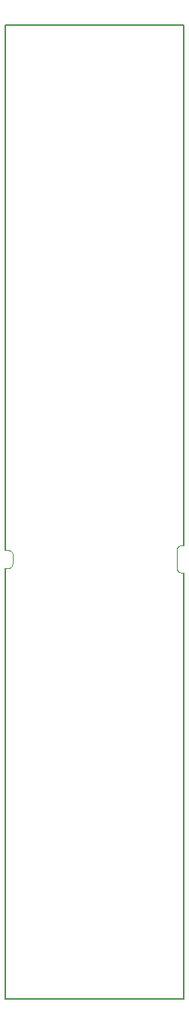
<source format=gbr>
%TF.GenerationSoftware,KiCad,Pcbnew,6.0.11-2627ca5db0~126~ubuntu22.04.1*%
%TF.CreationDate,2023-05-04T09:26:43+02:00*%
%TF.ProjectId,OTBreakOut,4f544272-6561-46b4-9f75-742e6b696361,rev?*%
%TF.SameCoordinates,Original*%
%TF.FileFunction,Profile,NP*%
%FSLAX46Y46*%
G04 Gerber Fmt 4.6, Leading zero omitted, Abs format (unit mm)*
G04 Created by KiCad (PCBNEW 6.0.11-2627ca5db0~126~ubuntu22.04.1) date 2023-05-04 09:26:43*
%MOMM*%
%LPD*%
G01*
G04 APERTURE LIST*
%TA.AperFunction,Profile*%
%ADD10C,0.100000*%
%TD*%
%TA.AperFunction,Profile*%
%ADD11C,0.200000*%
%TD*%
G04 APERTURE END LIST*
D10*
X90790000Y-116640000D02*
X90740000Y-116740000D01*
X90310000Y-117010000D02*
X90000000Y-117000000D01*
D11*
X110000000Y-114500000D02*
X110000000Y-56500000D01*
D10*
X109550000Y-117480000D02*
X109660000Y-117500000D01*
X90810000Y-115440000D02*
X90810000Y-116450000D01*
X90620000Y-115110000D02*
X90730000Y-115230000D01*
D11*
X90000000Y-115000000D02*
X90000000Y-56500000D01*
D10*
X109200000Y-117120000D02*
X109250000Y-117240000D01*
X90740000Y-116740000D02*
X90630000Y-116880000D01*
X109660000Y-117500000D02*
X110010000Y-117500000D01*
X109190000Y-116880000D02*
X109200000Y-117120000D01*
X90810000Y-116450000D02*
X90790000Y-116640000D01*
D11*
X90000000Y-117000000D02*
X90000000Y-165000000D01*
D10*
X90470000Y-115030000D02*
X90620000Y-115110000D01*
X109320000Y-117330000D02*
X109420000Y-117420000D01*
X90540000Y-116940000D02*
X90410000Y-117000000D01*
X109230000Y-114800000D02*
X109190000Y-114950000D01*
X110000000Y-114500000D02*
X109660000Y-114500000D01*
X90310000Y-115000000D02*
X90470000Y-115030000D01*
X109320000Y-114660000D02*
X109230000Y-114800000D01*
D11*
X110000000Y-117500000D02*
X110000000Y-165000000D01*
D10*
X109440000Y-114560000D02*
X109320000Y-114660000D01*
X109190000Y-114950000D02*
X109190000Y-116880000D01*
X109520000Y-114520000D02*
X109440000Y-114560000D01*
X90020000Y-115000000D02*
X90310000Y-115000000D01*
X90630000Y-116880000D02*
X90540000Y-116940000D01*
D11*
X110000000Y-56500000D02*
X90000000Y-56500000D01*
D10*
X109250000Y-117240000D02*
X109320000Y-117330000D01*
X90780000Y-115350000D02*
X90810000Y-115440000D01*
X109420000Y-117420000D02*
X109550000Y-117480000D01*
X109660000Y-114500000D02*
X109520000Y-114520000D01*
D11*
X90000000Y-165000000D02*
X110000000Y-165000000D01*
D10*
X90410000Y-117000000D02*
X90310000Y-117010000D01*
X90730000Y-115230000D02*
X90780000Y-115350000D01*
M02*

</source>
